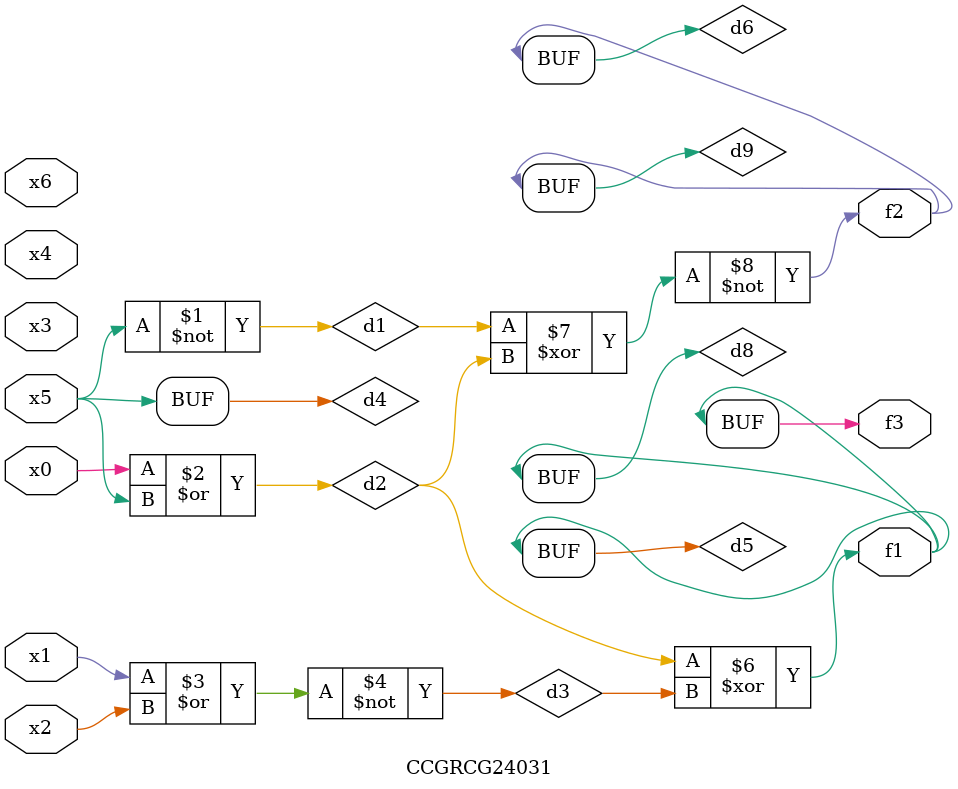
<source format=v>
module CCGRCG24031(
	input x0, x1, x2, x3, x4, x5, x6,
	output f1, f2, f3
);

	wire d1, d2, d3, d4, d5, d6, d7, d8, d9;

	nand (d1, x5);
	or (d2, x0, x5);
	nor (d3, x1, x2);
	xnor (d4, d1);
	xor (d5, d2, d3);
	xnor (d6, d1, d2);
	not (d7, x4);
	buf (d8, d5);
	xor (d9, d6);
	assign f1 = d8;
	assign f2 = d9;
	assign f3 = d8;
endmodule

</source>
